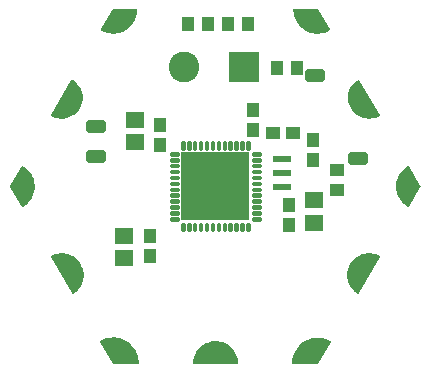
<source format=gbr>
G04 EAGLE Gerber RS-274X export*
G75*
%MOMM*%
%FSLAX34Y34*%
%LPD*%
%INSoldermask Bottom*%
%IPPOS*%
%AMOC8*
5,1,8,0,0,1.08239X$1,22.5*%
G01*
%ADD10R,1.101600X1.201600*%
%ADD11R,1.601600X1.401600*%
%ADD12C,0.225016*%
%ADD13R,5.801588X5.801588*%
%ADD14R,1.501597X0.501600*%
%ADD15R,1.201600X1.101600*%
%ADD16R,2.601600X2.601600*%
%ADD17C,2.601600*%
%ADD18C,0.605878*%
%ADD19C,1.101597*%

G36*
X190482Y-498D02*
X190482Y-498D01*
X190576Y-486D01*
X190592Y-478D01*
X190610Y-475D01*
X190691Y-427D01*
X190775Y-384D01*
X190788Y-370D01*
X190804Y-361D01*
X190863Y-288D01*
X190927Y-218D01*
X190934Y-201D01*
X190945Y-187D01*
X190975Y-98D01*
X191011Y-10D01*
X191012Y10D01*
X191017Y26D01*
X191016Y76D01*
X191022Y177D01*
X190732Y3397D01*
X190725Y3421D01*
X190725Y3422D01*
X190725Y3423D01*
X190721Y3436D01*
X190716Y3492D01*
X190246Y5402D01*
X190231Y5435D01*
X190220Y5483D01*
X189380Y7613D01*
X189371Y7628D01*
X189364Y7649D01*
X188624Y9229D01*
X188605Y9256D01*
X188587Y9297D01*
X187657Y10777D01*
X187636Y10801D01*
X187614Y10838D01*
X186544Y12168D01*
X186537Y12174D01*
X186531Y12183D01*
X185321Y13593D01*
X185287Y13621D01*
X185245Y13668D01*
X183315Y15268D01*
X183286Y15285D01*
X183252Y15314D01*
X180552Y17044D01*
X180507Y17063D01*
X180436Y17103D01*
X178336Y17903D01*
X178316Y17906D01*
X178294Y17917D01*
X176444Y18477D01*
X176407Y18481D01*
X176360Y18496D01*
X173530Y18946D01*
X173488Y18946D01*
X173430Y18954D01*
X171170Y18954D01*
X171147Y18950D01*
X171117Y18952D01*
X169327Y18802D01*
X169298Y18794D01*
X169259Y18793D01*
X167349Y18423D01*
X167314Y18409D01*
X167263Y18399D01*
X165413Y17759D01*
X165401Y17753D01*
X165384Y17749D01*
X163514Y16999D01*
X163484Y16980D01*
X163440Y16964D01*
X161760Y16024D01*
X161735Y16003D01*
X161696Y15982D01*
X160096Y14812D01*
X160075Y14790D01*
X160043Y14769D01*
X158343Y13219D01*
X158320Y13189D01*
X158282Y13155D01*
X156762Y11325D01*
X156748Y11300D01*
X156723Y11272D01*
X155413Y9312D01*
X155400Y9283D01*
X155375Y9248D01*
X154515Y7558D01*
X154503Y7520D01*
X154479Y7472D01*
X153609Y4882D01*
X153603Y4845D01*
X153587Y4798D01*
X153217Y2838D01*
X153216Y2805D01*
X153207Y2764D01*
X153203Y2700D01*
X153186Y2620D01*
X153167Y2534D01*
X153107Y1664D01*
X153108Y1661D01*
X153107Y1659D01*
X153017Y189D01*
X153027Y105D01*
X153029Y20D01*
X153040Y-6D01*
X153043Y-34D01*
X153082Y-109D01*
X153113Y-188D01*
X153132Y-209D01*
X153145Y-234D01*
X153207Y-291D01*
X153265Y-354D01*
X153290Y-367D01*
X153310Y-386D01*
X153389Y-418D01*
X153464Y-456D01*
X153495Y-461D01*
X153518Y-470D01*
X153568Y-472D01*
X153649Y-484D01*
X190389Y-514D01*
X190482Y-498D01*
G37*
G36*
X51124Y59082D02*
X51124Y59082D01*
X51204Y59090D01*
X51238Y59105D01*
X51266Y59111D01*
X51306Y59136D01*
X51375Y59168D01*
X52055Y59608D01*
X52061Y59614D01*
X52071Y59619D01*
X53761Y60789D01*
X53789Y60816D01*
X53834Y60847D01*
X55254Y62177D01*
X55274Y62205D01*
X55310Y62237D01*
X57080Y64387D01*
X57094Y64413D01*
X57120Y64442D01*
X57960Y65722D01*
X57965Y65734D01*
X57967Y65736D01*
X57971Y65748D01*
X57974Y65754D01*
X58000Y65793D01*
X58720Y67273D01*
X58724Y67285D01*
X58732Y67299D01*
X59462Y68989D01*
X59472Y69030D01*
X59495Y69085D01*
X60005Y71115D01*
X60007Y71141D01*
X60017Y71172D01*
X60377Y73472D01*
X60376Y73515D01*
X60384Y73577D01*
X60354Y76247D01*
X60348Y76280D01*
X60349Y76325D01*
X60059Y78465D01*
X60049Y78495D01*
X60045Y78536D01*
X59495Y80706D01*
X59479Y80740D01*
X59467Y80790D01*
X58417Y83360D01*
X58401Y83385D01*
X58388Y83422D01*
X57548Y84972D01*
X57523Y85004D01*
X57495Y85053D01*
X56205Y86753D01*
X56181Y86776D01*
X56156Y86811D01*
X54406Y88621D01*
X54378Y88641D01*
X54347Y88675D01*
X52827Y89895D01*
X52800Y89909D01*
X52769Y89936D01*
X51109Y90986D01*
X51077Y90999D01*
X51039Y91024D01*
X48969Y91994D01*
X48952Y91999D01*
X48933Y92010D01*
X47563Y92550D01*
X47527Y92557D01*
X47481Y92576D01*
X45601Y93036D01*
X45576Y93038D01*
X45546Y93047D01*
X44176Y93257D01*
X44158Y93256D01*
X44135Y93262D01*
X42645Y93392D01*
X42619Y93389D01*
X42586Y93394D01*
X41126Y93384D01*
X41102Y93380D01*
X41072Y93382D01*
X39882Y93272D01*
X39867Y93268D01*
X39848Y93268D01*
X38478Y93068D01*
X38451Y93058D01*
X38413Y93054D01*
X37163Y92734D01*
X37151Y92729D01*
X37135Y92727D01*
X35755Y92307D01*
X35732Y92295D01*
X35698Y92286D01*
X34268Y91696D01*
X34267Y91695D01*
X34265Y91695D01*
X32785Y91075D01*
X32692Y91015D01*
X32600Y90956D01*
X32598Y90954D01*
X32597Y90953D01*
X32531Y90865D01*
X32464Y90777D01*
X32464Y90775D01*
X32462Y90773D01*
X32432Y90668D01*
X32400Y90562D01*
X32400Y90560D01*
X32399Y90558D01*
X32407Y90449D01*
X32414Y90338D01*
X32415Y90336D01*
X32415Y90334D01*
X32461Y90234D01*
X32506Y90133D01*
X32507Y90132D01*
X32508Y90130D01*
X32523Y90115D01*
X50482Y59380D01*
X50534Y59319D01*
X50580Y59253D01*
X50607Y59234D01*
X50628Y59209D01*
X50698Y59170D01*
X50764Y59124D01*
X50795Y59116D01*
X50824Y59100D01*
X50903Y59088D01*
X50981Y59068D01*
X51013Y59071D01*
X51046Y59066D01*
X51124Y59082D01*
G37*
G36*
X292960Y58970D02*
X292960Y58970D01*
X292977Y58968D01*
X293069Y58994D01*
X293163Y59014D01*
X293177Y59023D01*
X293193Y59028D01*
X293271Y59083D01*
X293352Y59135D01*
X293363Y59150D01*
X293376Y59159D01*
X293403Y59200D01*
X293469Y59282D01*
X311379Y90152D01*
X311408Y90232D01*
X311444Y90309D01*
X311446Y90337D01*
X311455Y90363D01*
X311454Y90448D01*
X311461Y90533D01*
X311454Y90559D01*
X311453Y90587D01*
X311423Y90667D01*
X311400Y90749D01*
X311383Y90771D01*
X311374Y90797D01*
X311317Y90861D01*
X311267Y90930D01*
X311242Y90947D01*
X311226Y90966D01*
X311182Y90989D01*
X311114Y91037D01*
X309514Y91837D01*
X309485Y91846D01*
X309451Y91865D01*
X307671Y92525D01*
X307642Y92530D01*
X307606Y92545D01*
X305556Y93065D01*
X305531Y93067D01*
X305500Y93076D01*
X303800Y93346D01*
X303765Y93346D01*
X303718Y93354D01*
X301978Y93404D01*
X301957Y93401D01*
X301929Y93404D01*
X300289Y93324D01*
X300264Y93318D01*
X300232Y93318D01*
X298312Y93048D01*
X298283Y93039D01*
X298244Y93035D01*
X296084Y92485D01*
X296047Y92468D01*
X295992Y92454D01*
X293332Y91324D01*
X293292Y91298D01*
X293224Y91265D01*
X291114Y89835D01*
X291095Y89817D01*
X291066Y89799D01*
X288936Y88039D01*
X288906Y88004D01*
X288854Y87958D01*
X287134Y85908D01*
X287116Y85876D01*
X287084Y85839D01*
X285584Y83469D01*
X285569Y83431D01*
X285538Y83382D01*
X284738Y81532D01*
X284729Y81495D01*
X284708Y81447D01*
X284038Y78987D01*
X284036Y78968D01*
X284029Y78947D01*
X283739Y77527D01*
X283738Y77499D01*
X283729Y77463D01*
X283579Y75953D01*
X283581Y75922D01*
X283576Y75883D01*
X283596Y74173D01*
X283600Y74152D01*
X283598Y74127D01*
X283728Y72587D01*
X283734Y72566D01*
X283734Y72538D01*
X284004Y70888D01*
X284017Y70851D01*
X284025Y70798D01*
X284605Y68968D01*
X284613Y68954D01*
X284617Y68935D01*
X285117Y67615D01*
X285130Y67593D01*
X285141Y67560D01*
X285721Y66380D01*
X285731Y66367D01*
X285738Y66348D01*
X286348Y65268D01*
X286364Y65248D01*
X286379Y65218D01*
X287199Y64038D01*
X287211Y64026D01*
X287222Y64007D01*
X288122Y62867D01*
X288147Y62845D01*
X288174Y62809D01*
X289224Y61769D01*
X289234Y61762D01*
X289244Y61750D01*
X290434Y60670D01*
X290453Y60658D01*
X290474Y60637D01*
X290829Y60365D01*
X290829Y60364D01*
X291640Y59742D01*
X291659Y59723D01*
X291939Y59513D01*
X291983Y59491D01*
X292551Y59084D01*
X292637Y59043D01*
X292721Y58998D01*
X292738Y58995D01*
X292753Y58988D01*
X292849Y58980D01*
X292944Y58966D01*
X292960Y58970D01*
G37*
G36*
X106522Y-499D02*
X106522Y-499D01*
X106606Y-492D01*
X106632Y-480D01*
X106661Y-475D01*
X106733Y-432D01*
X106809Y-396D01*
X106829Y-375D01*
X106854Y-361D01*
X106907Y-295D01*
X106966Y-235D01*
X106977Y-209D01*
X106995Y-187D01*
X107022Y-107D01*
X107056Y-30D01*
X107059Y2D01*
X107067Y26D01*
X107066Y75D01*
X107073Y157D01*
X106963Y2047D01*
X106959Y2065D01*
X106959Y2089D01*
X106629Y4719D01*
X106619Y4752D01*
X106614Y4798D01*
X106114Y6738D01*
X106104Y6760D01*
X106098Y6791D01*
X105608Y8181D01*
X105601Y8194D01*
X105596Y8213D01*
X105136Y9323D01*
X105130Y9332D01*
X105126Y9345D01*
X104566Y10565D01*
X104551Y10587D01*
X104538Y10620D01*
X103768Y11940D01*
X103753Y11957D01*
X103740Y11983D01*
X102700Y13473D01*
X102680Y13493D01*
X102660Y13525D01*
X100680Y15815D01*
X100652Y15838D01*
X100620Y15875D01*
X99340Y17005D01*
X99323Y17015D01*
X99307Y17033D01*
X97967Y18063D01*
X97948Y18073D01*
X97928Y18091D01*
X96478Y19041D01*
X96452Y19052D01*
X96422Y19073D01*
X94862Y19883D01*
X94845Y19888D01*
X94826Y19900D01*
X93216Y20610D01*
X93197Y20615D01*
X93175Y20627D01*
X91455Y21247D01*
X91421Y21252D01*
X91378Y21269D01*
X89488Y21689D01*
X89463Y21690D01*
X89432Y21699D01*
X86992Y22019D01*
X86960Y22017D01*
X86916Y22024D01*
X84956Y22044D01*
X84945Y22042D01*
X84931Y22044D01*
X83571Y22004D01*
X83544Y21998D01*
X83507Y21999D01*
X81917Y21789D01*
X81891Y21781D01*
X81857Y21778D01*
X79827Y21308D01*
X79811Y21301D01*
X79788Y21298D01*
X78048Y20778D01*
X78020Y20763D01*
X77979Y20753D01*
X75909Y19863D01*
X75896Y19854D01*
X75876Y19847D01*
X74416Y19117D01*
X74410Y19112D01*
X74402Y19110D01*
X74252Y18998D01*
X74222Y18968D01*
X74166Y18889D01*
X74107Y18811D01*
X74102Y18797D01*
X74093Y18784D01*
X74069Y18690D01*
X74040Y18597D01*
X74041Y18582D01*
X74038Y18567D01*
X74048Y18470D01*
X74053Y18373D01*
X74059Y18357D01*
X74061Y18344D01*
X74082Y18300D01*
X74123Y18199D01*
X84913Y-191D01*
X84920Y-199D01*
X84923Y-208D01*
X84992Y-284D01*
X85059Y-361D01*
X85068Y-366D01*
X85075Y-374D01*
X85166Y-421D01*
X85255Y-470D01*
X85265Y-472D01*
X85274Y-476D01*
X85460Y-504D01*
X106440Y-514D01*
X106522Y-499D01*
G37*
G36*
X258553Y-482D02*
X258553Y-482D01*
X258565Y-484D01*
X258663Y-462D01*
X258761Y-445D01*
X258772Y-438D01*
X258784Y-435D01*
X258868Y-381D01*
X258954Y-330D01*
X258962Y-321D01*
X258973Y-314D01*
X259089Y-167D01*
X269559Y17993D01*
X269583Y18060D01*
X269616Y18123D01*
X269621Y18165D01*
X269635Y18204D01*
X269635Y18275D01*
X269643Y18346D01*
X269633Y18387D01*
X269633Y18429D01*
X269608Y18495D01*
X269591Y18564D01*
X269568Y18599D01*
X269553Y18638D01*
X269506Y18692D01*
X269466Y18750D01*
X269428Y18780D01*
X269405Y18807D01*
X269367Y18827D01*
X269318Y18865D01*
X267588Y19825D01*
X267559Y19834D01*
X267525Y19855D01*
X265445Y20725D01*
X265412Y20732D01*
X265372Y20751D01*
X263312Y21331D01*
X263279Y21334D01*
X263237Y21347D01*
X261107Y21677D01*
X261091Y21676D01*
X261071Y21681D01*
X259521Y21831D01*
X259498Y21829D01*
X259470Y21834D01*
X257550Y21864D01*
X257520Y21859D01*
X257480Y21861D01*
X255700Y21691D01*
X255675Y21684D01*
X255641Y21683D01*
X253961Y21363D01*
X253946Y21357D01*
X253925Y21355D01*
X251975Y20865D01*
X251949Y20853D01*
X251913Y20846D01*
X249883Y20106D01*
X249857Y20091D01*
X249819Y20079D01*
X247609Y18989D01*
X247584Y18970D01*
X247546Y18953D01*
X245796Y17823D01*
X245776Y17804D01*
X245746Y17787D01*
X244386Y16707D01*
X244368Y16686D01*
X244339Y16666D01*
X242889Y15266D01*
X242875Y15246D01*
X242851Y15225D01*
X241881Y14105D01*
X241868Y14084D01*
X241846Y14061D01*
X240726Y12511D01*
X240717Y12494D01*
X240701Y12474D01*
X239981Y11314D01*
X239976Y11302D01*
X239966Y11289D01*
X239046Y9639D01*
X239038Y9617D01*
X239022Y9591D01*
X238312Y8021D01*
X238302Y7981D01*
X238278Y7927D01*
X237578Y5357D01*
X237577Y5339D01*
X237569Y5319D01*
X237249Y3779D01*
X237248Y3752D01*
X237239Y3719D01*
X237039Y1879D01*
X237041Y1864D01*
X237037Y1846D01*
X236957Y436D01*
X236959Y420D01*
X236956Y400D01*
X236956Y150D01*
X236967Y85D01*
X236969Y19D01*
X236987Y-24D01*
X236995Y-71D01*
X237029Y-128D01*
X237054Y-188D01*
X237085Y-223D01*
X237110Y-264D01*
X237161Y-306D01*
X237205Y-354D01*
X237247Y-376D01*
X237284Y-405D01*
X237346Y-426D01*
X237405Y-457D01*
X237459Y-465D01*
X237496Y-477D01*
X237536Y-476D01*
X237590Y-484D01*
X258540Y-484D01*
X258553Y-482D01*
G37*
G36*
X303011Y207306D02*
X303011Y207306D01*
X303031Y207310D01*
X303056Y207308D01*
X304846Y207468D01*
X304883Y207478D01*
X304934Y207482D01*
X307034Y207972D01*
X307068Y207987D01*
X307116Y207997D01*
X309316Y208837D01*
X309332Y208847D01*
X309354Y208853D01*
X310664Y209453D01*
X310741Y209507D01*
X310820Y209555D01*
X310832Y209570D01*
X310848Y209581D01*
X310902Y209658D01*
X310959Y209731D01*
X310965Y209750D01*
X310977Y209766D01*
X311000Y209856D01*
X311028Y209945D01*
X311028Y209964D01*
X311033Y209983D01*
X311023Y210076D01*
X311019Y210169D01*
X311011Y210189D01*
X311009Y210206D01*
X310987Y210251D01*
X310951Y210344D01*
X294001Y240134D01*
X293964Y240179D01*
X293935Y240229D01*
X293893Y240264D01*
X293858Y240306D01*
X293807Y240335D01*
X293762Y240372D01*
X293710Y240390D01*
X293663Y240417D01*
X293605Y240427D01*
X293550Y240446D01*
X293495Y240445D01*
X293442Y240454D01*
X293384Y240443D01*
X293326Y240442D01*
X293265Y240420D01*
X293221Y240412D01*
X293192Y240394D01*
X293149Y240378D01*
X293019Y240308D01*
X293001Y240294D01*
X292973Y240281D01*
X291473Y239301D01*
X291450Y239279D01*
X291413Y239256D01*
X289753Y237866D01*
X289732Y237841D01*
X289697Y237814D01*
X288337Y236364D01*
X288317Y236333D01*
X288282Y236296D01*
X287222Y234796D01*
X287213Y234777D01*
X287196Y234757D01*
X286306Y233277D01*
X286294Y233244D01*
X286269Y233204D01*
X285339Y231074D01*
X285330Y231039D01*
X285310Y230995D01*
X284610Y228555D01*
X284606Y228517D01*
X284592Y228467D01*
X284302Y226377D01*
X284303Y226339D01*
X284296Y226287D01*
X284306Y224197D01*
X284311Y224169D01*
X284310Y224131D01*
X284550Y221941D01*
X284559Y221909D01*
X284563Y221863D01*
X285043Y219843D01*
X285054Y219818D01*
X285061Y219782D01*
X285681Y217992D01*
X285699Y217960D01*
X285715Y217913D01*
X286605Y216163D01*
X286624Y216137D01*
X286642Y216099D01*
X287772Y214399D01*
X287797Y214372D01*
X287825Y214330D01*
X289635Y212280D01*
X289662Y212259D01*
X289692Y212223D01*
X290902Y211163D01*
X290919Y211153D01*
X290936Y211135D01*
X292106Y210245D01*
X292134Y210231D01*
X292167Y210204D01*
X293587Y209364D01*
X293614Y209354D01*
X293646Y209333D01*
X295046Y208693D01*
X295072Y208687D01*
X295101Y208671D01*
X297251Y207921D01*
X297284Y207916D01*
X297327Y207900D01*
X299377Y207460D01*
X299408Y207459D01*
X299449Y207449D01*
X301199Y207279D01*
X301230Y207281D01*
X301271Y207276D01*
X303011Y207306D01*
G37*
G36*
X43866Y207356D02*
X43866Y207356D01*
X43903Y207364D01*
X43955Y207366D01*
X45915Y207726D01*
X45942Y207736D01*
X45980Y207742D01*
X47840Y208292D01*
X47866Y208305D01*
X47903Y208314D01*
X49953Y209164D01*
X49980Y209182D01*
X50021Y209197D01*
X51781Y210187D01*
X51814Y210214D01*
X51868Y210246D01*
X53718Y211736D01*
X53731Y211751D01*
X53752Y211765D01*
X54882Y212815D01*
X54904Y212846D01*
X54943Y212881D01*
X56133Y214351D01*
X56147Y214377D01*
X56173Y214406D01*
X57423Y216346D01*
X57434Y216374D01*
X57457Y216405D01*
X58327Y218135D01*
X58336Y218166D01*
X58357Y218204D01*
X59087Y220224D01*
X59093Y220265D01*
X59113Y220321D01*
X59613Y222931D01*
X59613Y222960D01*
X59622Y222998D01*
X59792Y225048D01*
X59788Y225093D01*
X59791Y225161D01*
X59551Y227651D01*
X59544Y227678D01*
X59542Y227715D01*
X59122Y229805D01*
X59108Y229841D01*
X59097Y229895D01*
X58317Y232065D01*
X58298Y232098D01*
X58279Y232149D01*
X57339Y233909D01*
X57320Y233934D01*
X57302Y233971D01*
X56092Y235721D01*
X56079Y235734D01*
X56067Y235754D01*
X55227Y236814D01*
X55209Y236830D01*
X55191Y236856D01*
X54131Y237976D01*
X54106Y237994D01*
X54080Y238024D01*
X52830Y239084D01*
X52805Y239099D01*
X52777Y239124D01*
X51277Y240144D01*
X51181Y240187D01*
X51126Y240213D01*
X50894Y240363D01*
X50817Y240395D01*
X50743Y240434D01*
X50714Y240438D01*
X50687Y240449D01*
X50604Y240453D01*
X50521Y240464D01*
X50492Y240457D01*
X50463Y240458D01*
X50384Y240432D01*
X50302Y240414D01*
X50277Y240398D01*
X50250Y240389D01*
X50184Y240337D01*
X50114Y240291D01*
X50094Y240265D01*
X50074Y240249D01*
X50048Y240207D01*
X49999Y240143D01*
X33069Y210363D01*
X33039Y210280D01*
X33003Y210198D01*
X33002Y210174D01*
X32994Y210152D01*
X32995Y210063D01*
X32990Y209974D01*
X32997Y209952D01*
X32998Y209928D01*
X33030Y209845D01*
X33056Y209760D01*
X33071Y209741D01*
X33079Y209719D01*
X33138Y209652D01*
X33192Y209582D01*
X33214Y209567D01*
X33229Y209551D01*
X33273Y209527D01*
X33348Y209477D01*
X34148Y209097D01*
X34167Y209092D01*
X34189Y209079D01*
X36699Y208099D01*
X36732Y208093D01*
X36772Y208076D01*
X38602Y207606D01*
X38636Y207603D01*
X38681Y207591D01*
X40511Y207361D01*
X40534Y207362D01*
X40562Y207356D01*
X42132Y207286D01*
X42156Y207290D01*
X42186Y207286D01*
X43866Y207356D01*
G37*
G36*
X258838Y279301D02*
X258838Y279301D01*
X258878Y279298D01*
X261368Y279488D01*
X261399Y279496D01*
X261440Y279497D01*
X263510Y279897D01*
X263546Y279911D01*
X263597Y279921D01*
X266347Y280871D01*
X266379Y280888D01*
X266426Y280904D01*
X268726Y282064D01*
X268792Y282114D01*
X268863Y282157D01*
X268881Y282181D01*
X268905Y282199D01*
X268950Y282269D01*
X269001Y282334D01*
X269010Y282362D01*
X269026Y282387D01*
X269044Y282468D01*
X269069Y282548D01*
X269067Y282578D01*
X269074Y282607D01*
X269062Y282689D01*
X269058Y282772D01*
X269046Y282803D01*
X269042Y282829D01*
X269019Y282872D01*
X268990Y282946D01*
X259080Y300166D01*
X259072Y300176D01*
X259067Y300188D01*
X259000Y300261D01*
X258935Y300338D01*
X258924Y300344D01*
X258915Y300354D01*
X258827Y300399D01*
X258740Y300449D01*
X258727Y300451D01*
X258716Y300456D01*
X258531Y300484D01*
X238561Y300504D01*
X238468Y300488D01*
X238375Y300477D01*
X238359Y300468D01*
X238340Y300465D01*
X238259Y300417D01*
X238176Y300375D01*
X238163Y300361D01*
X238146Y300351D01*
X238087Y300278D01*
X238024Y300209D01*
X238017Y300192D01*
X238005Y300177D01*
X237975Y300088D01*
X237940Y300001D01*
X237938Y299980D01*
X237933Y299964D01*
X237934Y299914D01*
X237928Y299814D01*
X237980Y299231D01*
X237979Y299210D01*
X238019Y298790D01*
X238021Y298783D01*
X238199Y296968D01*
X238206Y296943D01*
X238207Y296909D01*
X238597Y294909D01*
X238608Y294882D01*
X238613Y294846D01*
X239323Y292506D01*
X239340Y292473D01*
X239355Y292423D01*
X240175Y290653D01*
X240182Y290643D01*
X240187Y290628D01*
X241107Y288858D01*
X241134Y288823D01*
X241163Y288769D01*
X242593Y286869D01*
X242605Y286858D01*
X242615Y286841D01*
X243525Y285761D01*
X243550Y285740D01*
X243577Y285706D01*
X245217Y284176D01*
X245233Y284166D01*
X245249Y284148D01*
X246599Y283048D01*
X246632Y283030D01*
X246673Y282997D01*
X248713Y281767D01*
X248737Y281757D01*
X248765Y281738D01*
X250305Y280998D01*
X250331Y280991D01*
X250361Y280975D01*
X252671Y280125D01*
X252701Y280120D01*
X252738Y280104D01*
X254558Y279654D01*
X254587Y279652D01*
X254623Y279642D01*
X256493Y279382D01*
X256521Y279383D01*
X256557Y279376D01*
X258807Y279296D01*
X258838Y279301D01*
G37*
G36*
X86587Y279321D02*
X86587Y279321D01*
X86631Y279320D01*
X88661Y279550D01*
X88683Y279556D01*
X88711Y279557D01*
X90411Y279887D01*
X90440Y279899D01*
X90482Y279906D01*
X93442Y280846D01*
X93482Y280867D01*
X93546Y280889D01*
X95836Y282099D01*
X95858Y282117D01*
X95891Y282132D01*
X98341Y283762D01*
X98373Y283792D01*
X98424Y283828D01*
X100734Y285998D01*
X100760Y286033D01*
X100806Y286077D01*
X102496Y288307D01*
X102509Y288334D01*
X102534Y288364D01*
X103854Y290564D01*
X103867Y290598D01*
X103894Y290642D01*
X104894Y292992D01*
X104902Y293030D01*
X104924Y293081D01*
X105614Y295751D01*
X105616Y295783D01*
X105628Y295824D01*
X105868Y297574D01*
X105868Y297592D01*
X105873Y297614D01*
X106033Y299834D01*
X106023Y299923D01*
X106021Y300011D01*
X106011Y300033D01*
X106009Y300058D01*
X105969Y300137D01*
X105936Y300219D01*
X105920Y300237D01*
X105909Y300258D01*
X105844Y300319D01*
X105784Y300384D01*
X105763Y300395D01*
X105745Y300412D01*
X105664Y300446D01*
X105585Y300487D01*
X105558Y300491D01*
X105539Y300499D01*
X105488Y300501D01*
X105399Y300514D01*
X85449Y300494D01*
X85435Y300492D01*
X85420Y300494D01*
X85324Y300472D01*
X85229Y300454D01*
X85216Y300447D01*
X85201Y300443D01*
X85119Y300390D01*
X85036Y300340D01*
X85026Y300328D01*
X85013Y300320D01*
X84898Y300172D01*
X75098Y282852D01*
X75079Y282798D01*
X75051Y282747D01*
X75042Y282693D01*
X75024Y282641D01*
X75025Y282583D01*
X75016Y282526D01*
X75027Y282472D01*
X75028Y282416D01*
X75049Y282363D01*
X75061Y282306D01*
X75090Y282259D01*
X75110Y282207D01*
X75149Y282164D01*
X75179Y282115D01*
X75230Y282073D01*
X75260Y282040D01*
X75289Y282025D01*
X75324Y281996D01*
X75524Y281876D01*
X75543Y281869D01*
X75563Y281854D01*
X76333Y281464D01*
X76357Y281457D01*
X76383Y281442D01*
X78343Y280652D01*
X78359Y280649D01*
X78376Y280639D01*
X80086Y280059D01*
X80112Y280056D01*
X80143Y280043D01*
X82373Y279513D01*
X82413Y279511D01*
X82468Y279498D01*
X84428Y279338D01*
X84449Y279340D01*
X84474Y279336D01*
X86554Y279316D01*
X86587Y279321D01*
G37*
G36*
X8670Y132513D02*
X8670Y132513D01*
X8762Y132526D01*
X8782Y132535D01*
X8799Y132539D01*
X8842Y132565D01*
X8930Y132608D01*
X10054Y133383D01*
X11437Y134289D01*
X11470Y134320D01*
X11523Y134357D01*
X13553Y136257D01*
X13580Y136293D01*
X13627Y136339D01*
X15047Y138229D01*
X15050Y138236D01*
X15057Y138242D01*
X16387Y140112D01*
X16407Y140155D01*
X16447Y140216D01*
X17477Y142466D01*
X17486Y142501D01*
X17507Y142547D01*
X18457Y145697D01*
X18461Y145731D01*
X18476Y145775D01*
X18856Y148045D01*
X18855Y148075D01*
X18863Y148113D01*
X18993Y150363D01*
X18988Y150402D01*
X18992Y150457D01*
X18722Y153437D01*
X18711Y153475D01*
X18707Y153528D01*
X18177Y155738D01*
X18159Y155778D01*
X18143Y155839D01*
X16723Y159169D01*
X16706Y159195D01*
X16691Y159235D01*
X15651Y161055D01*
X15624Y161087D01*
X15594Y161138D01*
X13534Y163698D01*
X13502Y163725D01*
X13463Y163772D01*
X11923Y165152D01*
X11907Y165162D01*
X11891Y165180D01*
X10151Y166540D01*
X10124Y166554D01*
X10095Y166579D01*
X8945Y167293D01*
X8922Y167319D01*
X8897Y167332D01*
X8877Y167351D01*
X8799Y167384D01*
X8724Y167424D01*
X8696Y167428D01*
X8670Y167439D01*
X8586Y167442D01*
X8502Y167454D01*
X8474Y167447D01*
X8446Y167449D01*
X8365Y167423D01*
X8283Y167404D01*
X8259Y167389D01*
X8232Y167380D01*
X8130Y167305D01*
X8095Y167282D01*
X8089Y167274D01*
X8082Y167268D01*
X8072Y167258D01*
X8057Y167237D01*
X8037Y167221D01*
X8007Y167170D01*
X7979Y167134D01*
X7951Y167086D01*
X7943Y167074D01*
X7942Y167070D01*
X-1601Y150334D01*
X-1604Y150326D01*
X-1610Y150319D01*
X-1642Y150220D01*
X-1676Y150123D01*
X-1676Y150114D01*
X-1679Y150105D01*
X-1674Y150001D01*
X-1672Y149898D01*
X-1669Y149890D01*
X-1669Y149881D01*
X-1601Y149706D01*
X8019Y132816D01*
X8078Y132745D01*
X8133Y132670D01*
X8150Y132659D01*
X8163Y132644D01*
X8243Y132598D01*
X8321Y132547D01*
X8340Y132542D01*
X8357Y132532D01*
X8449Y132517D01*
X8540Y132496D01*
X8559Y132499D01*
X8579Y132496D01*
X8670Y132513D01*
G37*
G36*
X335542Y132574D02*
X335542Y132574D01*
X335576Y132573D01*
X335651Y132599D01*
X335728Y132616D01*
X335756Y132635D01*
X335788Y132646D01*
X335849Y132696D01*
X335916Y132739D01*
X335939Y132769D01*
X335962Y132788D01*
X335986Y132829D01*
X336031Y132886D01*
X345601Y149706D01*
X345605Y149716D01*
X345611Y149724D01*
X345642Y149821D01*
X345676Y149918D01*
X345676Y149928D01*
X345679Y149937D01*
X345674Y150040D01*
X345672Y150142D01*
X345669Y150151D01*
X345668Y150161D01*
X345600Y150336D01*
X335940Y167146D01*
X335936Y167150D01*
X335935Y167154D01*
X335931Y167158D01*
X335927Y167167D01*
X335860Y167241D01*
X335795Y167318D01*
X335785Y167324D01*
X335776Y167333D01*
X335688Y167379D01*
X335600Y167428D01*
X335588Y167430D01*
X335577Y167436D01*
X335478Y167448D01*
X335379Y167464D01*
X335367Y167462D01*
X335354Y167463D01*
X335171Y167425D01*
X334981Y167355D01*
X334938Y167330D01*
X334844Y167285D01*
X333664Y166485D01*
X333658Y166479D01*
X333647Y166473D01*
X332407Y165573D01*
X332380Y165545D01*
X332337Y165514D01*
X330547Y163764D01*
X330530Y163740D01*
X330501Y163714D01*
X329011Y161914D01*
X328998Y161890D01*
X328974Y161864D01*
X327474Y159634D01*
X327456Y159594D01*
X327422Y159541D01*
X326452Y157391D01*
X326446Y157366D01*
X326431Y157338D01*
X325731Y155318D01*
X325724Y155278D01*
X325706Y155224D01*
X325316Y153084D01*
X325316Y153057D01*
X325308Y153023D01*
X325068Y150173D01*
X325071Y150143D01*
X325066Y150102D01*
X325136Y147612D01*
X325146Y147566D01*
X325151Y147491D01*
X325881Y144241D01*
X325895Y144209D01*
X325904Y144164D01*
X326854Y141544D01*
X326877Y141504D01*
X326904Y141438D01*
X328344Y138998D01*
X328365Y138973D01*
X328385Y138936D01*
X329965Y136856D01*
X329990Y136834D01*
X330016Y136797D01*
X331606Y135167D01*
X331633Y135148D01*
X331664Y135115D01*
X333214Y133875D01*
X333242Y133860D01*
X333274Y133832D01*
X335144Y132662D01*
X335217Y132633D01*
X335287Y132596D01*
X335320Y132591D01*
X335352Y132579D01*
X335431Y132577D01*
X335509Y132566D01*
X335542Y132574D01*
G37*
D10*
X254459Y172488D03*
X254459Y189488D03*
D11*
X255136Y119038D03*
X255136Y138038D03*
D12*
X203617Y176867D02*
X203617Y178133D01*
X209383Y178133D01*
X209383Y176867D01*
X203617Y176867D01*
X203617Y173133D02*
X203617Y171867D01*
X203617Y173133D02*
X209383Y173133D01*
X209383Y171867D01*
X203617Y171867D01*
X203617Y168133D02*
X203617Y166867D01*
X203617Y168133D02*
X209383Y168133D01*
X209383Y166867D01*
X203617Y166867D01*
X203617Y163133D02*
X203617Y161867D01*
X203617Y163133D02*
X209383Y163133D01*
X209383Y161867D01*
X203617Y161867D01*
X203617Y158133D02*
X203617Y156867D01*
X203617Y158133D02*
X209383Y158133D01*
X209383Y156867D01*
X203617Y156867D01*
X203617Y153133D02*
X203617Y151867D01*
X203617Y153133D02*
X209383Y153133D01*
X209383Y151867D01*
X203617Y151867D01*
X203617Y148133D02*
X203617Y146867D01*
X203617Y148133D02*
X209383Y148133D01*
X209383Y146867D01*
X203617Y146867D01*
X203617Y143133D02*
X203617Y141867D01*
X203617Y143133D02*
X209383Y143133D01*
X209383Y141867D01*
X203617Y141867D01*
X203617Y138133D02*
X203617Y136867D01*
X203617Y138133D02*
X209383Y138133D01*
X209383Y136867D01*
X203617Y136867D01*
X203617Y133133D02*
X203617Y131867D01*
X203617Y133133D02*
X209383Y133133D01*
X209383Y131867D01*
X203617Y131867D01*
X203617Y128133D02*
X203617Y126867D01*
X203617Y128133D02*
X209383Y128133D01*
X209383Y126867D01*
X203617Y126867D01*
X203617Y123133D02*
X203617Y121867D01*
X203617Y123133D02*
X209383Y123133D01*
X209383Y121867D01*
X203617Y121867D01*
X200133Y118383D02*
X198867Y118383D01*
X200133Y118383D02*
X200133Y112617D01*
X198867Y112617D01*
X198867Y118383D01*
X198867Y114754D02*
X200133Y114754D01*
X200133Y116891D02*
X198867Y116891D01*
X195133Y118383D02*
X193867Y118383D01*
X195133Y118383D02*
X195133Y112617D01*
X193867Y112617D01*
X193867Y118383D01*
X193867Y114754D02*
X195133Y114754D01*
X195133Y116891D02*
X193867Y116891D01*
X190133Y118383D02*
X188867Y118383D01*
X190133Y118383D02*
X190133Y112617D01*
X188867Y112617D01*
X188867Y118383D01*
X188867Y114754D02*
X190133Y114754D01*
X190133Y116891D02*
X188867Y116891D01*
X185133Y118383D02*
X183867Y118383D01*
X185133Y118383D02*
X185133Y112617D01*
X183867Y112617D01*
X183867Y118383D01*
X183867Y114754D02*
X185133Y114754D01*
X185133Y116891D02*
X183867Y116891D01*
X180133Y118383D02*
X178867Y118383D01*
X180133Y118383D02*
X180133Y112617D01*
X178867Y112617D01*
X178867Y118383D01*
X178867Y114754D02*
X180133Y114754D01*
X180133Y116891D02*
X178867Y116891D01*
X175133Y118383D02*
X173867Y118383D01*
X175133Y118383D02*
X175133Y112617D01*
X173867Y112617D01*
X173867Y118383D01*
X173867Y114754D02*
X175133Y114754D01*
X175133Y116891D02*
X173867Y116891D01*
X170133Y118383D02*
X168867Y118383D01*
X170133Y118383D02*
X170133Y112617D01*
X168867Y112617D01*
X168867Y118383D01*
X168867Y114754D02*
X170133Y114754D01*
X170133Y116891D02*
X168867Y116891D01*
X165133Y118383D02*
X163867Y118383D01*
X165133Y118383D02*
X165133Y112617D01*
X163867Y112617D01*
X163867Y118383D01*
X163867Y114754D02*
X165133Y114754D01*
X165133Y116891D02*
X163867Y116891D01*
X160133Y118383D02*
X158867Y118383D01*
X160133Y118383D02*
X160133Y112617D01*
X158867Y112617D01*
X158867Y118383D01*
X158867Y114754D02*
X160133Y114754D01*
X160133Y116891D02*
X158867Y116891D01*
X155133Y118383D02*
X153867Y118383D01*
X155133Y118383D02*
X155133Y112617D01*
X153867Y112617D01*
X153867Y118383D01*
X153867Y114754D02*
X155133Y114754D01*
X155133Y116891D02*
X153867Y116891D01*
X150133Y118383D02*
X148867Y118383D01*
X150133Y118383D02*
X150133Y112617D01*
X148867Y112617D01*
X148867Y118383D01*
X148867Y114754D02*
X150133Y114754D01*
X150133Y116891D02*
X148867Y116891D01*
X145133Y118383D02*
X143867Y118383D01*
X145133Y118383D02*
X145133Y112617D01*
X143867Y112617D01*
X143867Y118383D01*
X143867Y114754D02*
X145133Y114754D01*
X145133Y116891D02*
X143867Y116891D01*
X140383Y121867D02*
X140383Y123133D01*
X140383Y121867D02*
X134617Y121867D01*
X134617Y123133D01*
X140383Y123133D01*
X140383Y126867D02*
X140383Y128133D01*
X140383Y126867D02*
X134617Y126867D01*
X134617Y128133D01*
X140383Y128133D01*
X140383Y131867D02*
X140383Y133133D01*
X140383Y131867D02*
X134617Y131867D01*
X134617Y133133D01*
X140383Y133133D01*
X140383Y136867D02*
X140383Y138133D01*
X140383Y136867D02*
X134617Y136867D01*
X134617Y138133D01*
X140383Y138133D01*
X140383Y141867D02*
X140383Y143133D01*
X140383Y141867D02*
X134617Y141867D01*
X134617Y143133D01*
X140383Y143133D01*
X140383Y146867D02*
X140383Y148133D01*
X140383Y146867D02*
X134617Y146867D01*
X134617Y148133D01*
X140383Y148133D01*
X140383Y151867D02*
X140383Y153133D01*
X140383Y151867D02*
X134617Y151867D01*
X134617Y153133D01*
X140383Y153133D01*
X140383Y156867D02*
X140383Y158133D01*
X140383Y156867D02*
X134617Y156867D01*
X134617Y158133D01*
X140383Y158133D01*
X140383Y161867D02*
X140383Y163133D01*
X140383Y161867D02*
X134617Y161867D01*
X134617Y163133D01*
X140383Y163133D01*
X140383Y166867D02*
X140383Y168133D01*
X140383Y166867D02*
X134617Y166867D01*
X134617Y168133D01*
X140383Y168133D01*
X140383Y171867D02*
X140383Y173133D01*
X140383Y171867D02*
X134617Y171867D01*
X134617Y173133D01*
X140383Y173133D01*
X140383Y176867D02*
X140383Y178133D01*
X140383Y176867D02*
X134617Y176867D01*
X134617Y178133D01*
X140383Y178133D01*
X143867Y181617D02*
X145133Y181617D01*
X143867Y181617D02*
X143867Y187383D01*
X145133Y187383D01*
X145133Y181617D01*
X145133Y183754D02*
X143867Y183754D01*
X143867Y185891D02*
X145133Y185891D01*
X148867Y181617D02*
X150133Y181617D01*
X148867Y181617D02*
X148867Y187383D01*
X150133Y187383D01*
X150133Y181617D01*
X150133Y183754D02*
X148867Y183754D01*
X148867Y185891D02*
X150133Y185891D01*
X153867Y181617D02*
X155133Y181617D01*
X153867Y181617D02*
X153867Y187383D01*
X155133Y187383D01*
X155133Y181617D01*
X155133Y183754D02*
X153867Y183754D01*
X153867Y185891D02*
X155133Y185891D01*
X158867Y181617D02*
X160133Y181617D01*
X158867Y181617D02*
X158867Y187383D01*
X160133Y187383D01*
X160133Y181617D01*
X160133Y183754D02*
X158867Y183754D01*
X158867Y185891D02*
X160133Y185891D01*
X163867Y181617D02*
X165133Y181617D01*
X163867Y181617D02*
X163867Y187383D01*
X165133Y187383D01*
X165133Y181617D01*
X165133Y183754D02*
X163867Y183754D01*
X163867Y185891D02*
X165133Y185891D01*
X168867Y181617D02*
X170133Y181617D01*
X168867Y181617D02*
X168867Y187383D01*
X170133Y187383D01*
X170133Y181617D01*
X170133Y183754D02*
X168867Y183754D01*
X168867Y185891D02*
X170133Y185891D01*
X173867Y181617D02*
X175133Y181617D01*
X173867Y181617D02*
X173867Y187383D01*
X175133Y187383D01*
X175133Y181617D01*
X175133Y183754D02*
X173867Y183754D01*
X173867Y185891D02*
X175133Y185891D01*
X178867Y181617D02*
X180133Y181617D01*
X178867Y181617D02*
X178867Y187383D01*
X180133Y187383D01*
X180133Y181617D01*
X180133Y183754D02*
X178867Y183754D01*
X178867Y185891D02*
X180133Y185891D01*
X183867Y181617D02*
X185133Y181617D01*
X183867Y181617D02*
X183867Y187383D01*
X185133Y187383D01*
X185133Y181617D01*
X185133Y183754D02*
X183867Y183754D01*
X183867Y185891D02*
X185133Y185891D01*
X188867Y181617D02*
X190133Y181617D01*
X188867Y181617D02*
X188867Y187383D01*
X190133Y187383D01*
X190133Y181617D01*
X190133Y183754D02*
X188867Y183754D01*
X188867Y185891D02*
X190133Y185891D01*
X193867Y181617D02*
X195133Y181617D01*
X193867Y181617D02*
X193867Y187383D01*
X195133Y187383D01*
X195133Y181617D01*
X195133Y183754D02*
X193867Y183754D01*
X193867Y185891D02*
X195133Y185891D01*
X198867Y181617D02*
X200133Y181617D01*
X198867Y181617D02*
X198867Y187383D01*
X200133Y187383D01*
X200133Y181617D01*
X200133Y183754D02*
X198867Y183754D01*
X198867Y185891D02*
X200133Y185891D01*
D13*
X172000Y150000D03*
D14*
X228574Y173430D03*
X228574Y161430D03*
X228574Y149430D03*
D10*
X223772Y250584D03*
X240772Y250584D03*
D11*
X104182Y187429D03*
X104182Y206429D03*
X94784Y107938D03*
X94784Y88938D03*
D10*
X234484Y117524D03*
X234484Y134524D03*
X125010Y184680D03*
X125010Y201680D03*
X116628Y107700D03*
X116628Y90700D03*
X203750Y197380D03*
X203750Y214380D03*
D15*
X220650Y194958D03*
X237650Y194958D03*
X275378Y164088D03*
X275378Y147088D03*
D10*
X199804Y287414D03*
X182804Y287414D03*
X165768Y287414D03*
X148768Y287414D03*
D16*
X196384Y251346D03*
D17*
X145584Y251346D03*
D18*
X75625Y177879D02*
X64667Y177879D01*
X75625Y177879D02*
X75625Y172921D01*
X64667Y172921D01*
X64667Y177879D01*
X64667Y203279D02*
X75625Y203279D01*
X75625Y198321D01*
X64667Y198321D01*
X64667Y203279D01*
X250341Y246459D02*
X261299Y246459D01*
X261299Y241501D01*
X250341Y241501D01*
X250341Y246459D01*
X287171Y176609D02*
X298129Y176609D01*
X298129Y171651D01*
X287171Y171651D01*
X287171Y176609D01*
D19*
X335300Y149800D03*
X295300Y78800D03*
X254300Y7800D03*
X172300Y7800D03*
X90300Y7800D03*
X48300Y78800D03*
X8300Y149800D03*
X49300Y220800D03*
X90300Y291800D03*
X254300Y292800D03*
X295300Y220800D03*
M02*

</source>
